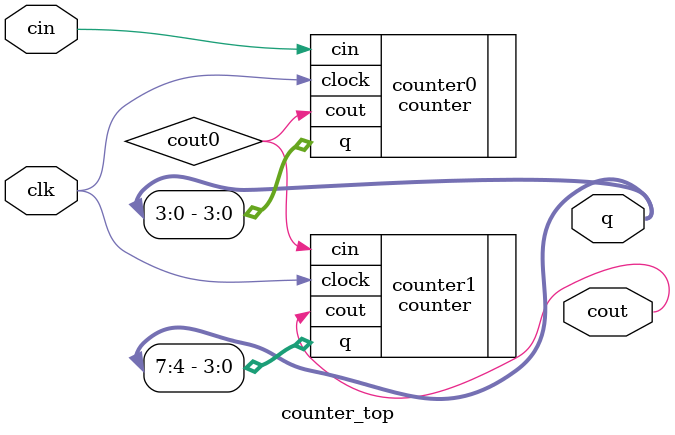
<source format=v>
/***************************************************
*	Module Name		:	counter_top		   
*	Engineer		:	小梅哥
*	Target Device	:	EP4CE10F17C8
*	Tool versions	:	Quartus II 13.0
*	Create Date		:	2017-3-31
*	Revision		:	v1.0
*	Description		:   IP核应用之计数器级联
**************************************************/

module counter_top(
			cin,
			clk,
			cout,
			q
		);

	input cin;
	input clk;
	
	output cout;
	output [7:0]q;
	
	wire cout0;
	
	counter counter0(
		.cin(cin),
		.clock(clk),
		.cout(cout0),
		.q(q[3:0])
	);
	
	counter counter1(
		.cin(cout0),
		.clock(clk),
		.cout(cout),
		.q(q[7:4])
	);	

endmodule

</source>
